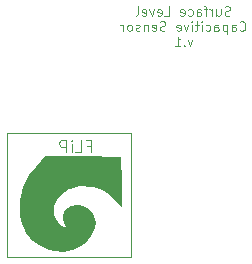
<source format=gbr>
%TF.GenerationSoftware,KiCad,Pcbnew,9.0.2*%
%TF.CreationDate,2025-06-02T11:27:28-03:00*%
%TF.ProjectId,PCB_BNC,5043425f-424e-4432-9e6b-696361645f70,rev?*%
%TF.SameCoordinates,Original*%
%TF.FileFunction,Legend,Bot*%
%TF.FilePolarity,Positive*%
%FSLAX46Y46*%
G04 Gerber Fmt 4.6, Leading zero omitted, Abs format (unit mm)*
G04 Created by KiCad (PCBNEW 9.0.2) date 2025-06-02 11:27:28*
%MOMM*%
%LPD*%
G01*
G04 APERTURE LIST*
%ADD10C,0.100000*%
%ADD11C,0.000000*%
G04 APERTURE END LIST*
D10*
X128032489Y-50756744D02*
X138532489Y-50756744D01*
X138532489Y-61256744D01*
X128032489Y-61256744D01*
X128032489Y-50756744D01*
X134862782Y-51848609D02*
X135196115Y-51848609D01*
X135196115Y-52372419D02*
X135196115Y-51372419D01*
X135196115Y-51372419D02*
X134719925Y-51372419D01*
X133862782Y-52372419D02*
X134338972Y-52372419D01*
X134338972Y-52372419D02*
X134338972Y-51372419D01*
X133529448Y-52372419D02*
X133529448Y-51705752D01*
X133529448Y-51372419D02*
X133577067Y-51420038D01*
X133577067Y-51420038D02*
X133529448Y-51467657D01*
X133529448Y-51467657D02*
X133481829Y-51420038D01*
X133481829Y-51420038D02*
X133529448Y-51372419D01*
X133529448Y-51372419D02*
X133529448Y-51467657D01*
X133053258Y-52372419D02*
X133053258Y-51372419D01*
X133053258Y-51372419D02*
X132672306Y-51372419D01*
X132672306Y-51372419D02*
X132577068Y-51420038D01*
X132577068Y-51420038D02*
X132529449Y-51467657D01*
X132529449Y-51467657D02*
X132481830Y-51562895D01*
X132481830Y-51562895D02*
X132481830Y-51705752D01*
X132481830Y-51705752D02*
X132529449Y-51800990D01*
X132529449Y-51800990D02*
X132577068Y-51848609D01*
X132577068Y-51848609D02*
X132672306Y-51896228D01*
X132672306Y-51896228D02*
X133053258Y-51896228D01*
X146942857Y-40782890D02*
X146828571Y-40820985D01*
X146828571Y-40820985D02*
X146638095Y-40820985D01*
X146638095Y-40820985D02*
X146561904Y-40782890D01*
X146561904Y-40782890D02*
X146523809Y-40744794D01*
X146523809Y-40744794D02*
X146485714Y-40668604D01*
X146485714Y-40668604D02*
X146485714Y-40592413D01*
X146485714Y-40592413D02*
X146523809Y-40516223D01*
X146523809Y-40516223D02*
X146561904Y-40478128D01*
X146561904Y-40478128D02*
X146638095Y-40440032D01*
X146638095Y-40440032D02*
X146790476Y-40401937D01*
X146790476Y-40401937D02*
X146866666Y-40363842D01*
X146866666Y-40363842D02*
X146904761Y-40325747D01*
X146904761Y-40325747D02*
X146942857Y-40249556D01*
X146942857Y-40249556D02*
X146942857Y-40173366D01*
X146942857Y-40173366D02*
X146904761Y-40097175D01*
X146904761Y-40097175D02*
X146866666Y-40059080D01*
X146866666Y-40059080D02*
X146790476Y-40020985D01*
X146790476Y-40020985D02*
X146599999Y-40020985D01*
X146599999Y-40020985D02*
X146485714Y-40059080D01*
X145799999Y-40287651D02*
X145799999Y-40820985D01*
X146142856Y-40287651D02*
X146142856Y-40706699D01*
X146142856Y-40706699D02*
X146104761Y-40782890D01*
X146104761Y-40782890D02*
X146028571Y-40820985D01*
X146028571Y-40820985D02*
X145914285Y-40820985D01*
X145914285Y-40820985D02*
X145838094Y-40782890D01*
X145838094Y-40782890D02*
X145799999Y-40744794D01*
X145419046Y-40820985D02*
X145419046Y-40287651D01*
X145419046Y-40440032D02*
X145380951Y-40363842D01*
X145380951Y-40363842D02*
X145342856Y-40325747D01*
X145342856Y-40325747D02*
X145266665Y-40287651D01*
X145266665Y-40287651D02*
X145190475Y-40287651D01*
X145038094Y-40287651D02*
X144733332Y-40287651D01*
X144923808Y-40820985D02*
X144923808Y-40135270D01*
X144923808Y-40135270D02*
X144885713Y-40059080D01*
X144885713Y-40059080D02*
X144809523Y-40020985D01*
X144809523Y-40020985D02*
X144733332Y-40020985D01*
X144123808Y-40820985D02*
X144123808Y-40401937D01*
X144123808Y-40401937D02*
X144161903Y-40325747D01*
X144161903Y-40325747D02*
X144238094Y-40287651D01*
X144238094Y-40287651D02*
X144390475Y-40287651D01*
X144390475Y-40287651D02*
X144466665Y-40325747D01*
X144123808Y-40782890D02*
X144199999Y-40820985D01*
X144199999Y-40820985D02*
X144390475Y-40820985D01*
X144390475Y-40820985D02*
X144466665Y-40782890D01*
X144466665Y-40782890D02*
X144504761Y-40706699D01*
X144504761Y-40706699D02*
X144504761Y-40630509D01*
X144504761Y-40630509D02*
X144466665Y-40554318D01*
X144466665Y-40554318D02*
X144390475Y-40516223D01*
X144390475Y-40516223D02*
X144199999Y-40516223D01*
X144199999Y-40516223D02*
X144123808Y-40478128D01*
X143399998Y-40782890D02*
X143476189Y-40820985D01*
X143476189Y-40820985D02*
X143628570Y-40820985D01*
X143628570Y-40820985D02*
X143704760Y-40782890D01*
X143704760Y-40782890D02*
X143742855Y-40744794D01*
X143742855Y-40744794D02*
X143780951Y-40668604D01*
X143780951Y-40668604D02*
X143780951Y-40440032D01*
X143780951Y-40440032D02*
X143742855Y-40363842D01*
X143742855Y-40363842D02*
X143704760Y-40325747D01*
X143704760Y-40325747D02*
X143628570Y-40287651D01*
X143628570Y-40287651D02*
X143476189Y-40287651D01*
X143476189Y-40287651D02*
X143399998Y-40325747D01*
X142752379Y-40782890D02*
X142828570Y-40820985D01*
X142828570Y-40820985D02*
X142980951Y-40820985D01*
X142980951Y-40820985D02*
X143057141Y-40782890D01*
X143057141Y-40782890D02*
X143095237Y-40706699D01*
X143095237Y-40706699D02*
X143095237Y-40401937D01*
X143095237Y-40401937D02*
X143057141Y-40325747D01*
X143057141Y-40325747D02*
X142980951Y-40287651D01*
X142980951Y-40287651D02*
X142828570Y-40287651D01*
X142828570Y-40287651D02*
X142752379Y-40325747D01*
X142752379Y-40325747D02*
X142714284Y-40401937D01*
X142714284Y-40401937D02*
X142714284Y-40478128D01*
X142714284Y-40478128D02*
X143095237Y-40554318D01*
X141380951Y-40820985D02*
X141761903Y-40820985D01*
X141761903Y-40820985D02*
X141761903Y-40020985D01*
X140809522Y-40782890D02*
X140885713Y-40820985D01*
X140885713Y-40820985D02*
X141038094Y-40820985D01*
X141038094Y-40820985D02*
X141114284Y-40782890D01*
X141114284Y-40782890D02*
X141152380Y-40706699D01*
X141152380Y-40706699D02*
X141152380Y-40401937D01*
X141152380Y-40401937D02*
X141114284Y-40325747D01*
X141114284Y-40325747D02*
X141038094Y-40287651D01*
X141038094Y-40287651D02*
X140885713Y-40287651D01*
X140885713Y-40287651D02*
X140809522Y-40325747D01*
X140809522Y-40325747D02*
X140771427Y-40401937D01*
X140771427Y-40401937D02*
X140771427Y-40478128D01*
X140771427Y-40478128D02*
X141152380Y-40554318D01*
X140504761Y-40287651D02*
X140314285Y-40820985D01*
X140314285Y-40820985D02*
X140123808Y-40287651D01*
X139514284Y-40782890D02*
X139590475Y-40820985D01*
X139590475Y-40820985D02*
X139742856Y-40820985D01*
X139742856Y-40820985D02*
X139819046Y-40782890D01*
X139819046Y-40782890D02*
X139857142Y-40706699D01*
X139857142Y-40706699D02*
X139857142Y-40401937D01*
X139857142Y-40401937D02*
X139819046Y-40325747D01*
X139819046Y-40325747D02*
X139742856Y-40287651D01*
X139742856Y-40287651D02*
X139590475Y-40287651D01*
X139590475Y-40287651D02*
X139514284Y-40325747D01*
X139514284Y-40325747D02*
X139476189Y-40401937D01*
X139476189Y-40401937D02*
X139476189Y-40478128D01*
X139476189Y-40478128D02*
X139857142Y-40554318D01*
X139019047Y-40820985D02*
X139095237Y-40782890D01*
X139095237Y-40782890D02*
X139133332Y-40706699D01*
X139133332Y-40706699D02*
X139133332Y-40020985D01*
X147761904Y-42032749D02*
X147800000Y-42070845D01*
X147800000Y-42070845D02*
X147914285Y-42108940D01*
X147914285Y-42108940D02*
X147990476Y-42108940D01*
X147990476Y-42108940D02*
X148104762Y-42070845D01*
X148104762Y-42070845D02*
X148180952Y-41994654D01*
X148180952Y-41994654D02*
X148219047Y-41918464D01*
X148219047Y-41918464D02*
X148257143Y-41766083D01*
X148257143Y-41766083D02*
X148257143Y-41651797D01*
X148257143Y-41651797D02*
X148219047Y-41499416D01*
X148219047Y-41499416D02*
X148180952Y-41423225D01*
X148180952Y-41423225D02*
X148104762Y-41347035D01*
X148104762Y-41347035D02*
X147990476Y-41308940D01*
X147990476Y-41308940D02*
X147914285Y-41308940D01*
X147914285Y-41308940D02*
X147800000Y-41347035D01*
X147800000Y-41347035D02*
X147761904Y-41385130D01*
X147076190Y-42108940D02*
X147076190Y-41689892D01*
X147076190Y-41689892D02*
X147114285Y-41613702D01*
X147114285Y-41613702D02*
X147190476Y-41575606D01*
X147190476Y-41575606D02*
X147342857Y-41575606D01*
X147342857Y-41575606D02*
X147419047Y-41613702D01*
X147076190Y-42070845D02*
X147152381Y-42108940D01*
X147152381Y-42108940D02*
X147342857Y-42108940D01*
X147342857Y-42108940D02*
X147419047Y-42070845D01*
X147419047Y-42070845D02*
X147457143Y-41994654D01*
X147457143Y-41994654D02*
X147457143Y-41918464D01*
X147457143Y-41918464D02*
X147419047Y-41842273D01*
X147419047Y-41842273D02*
X147342857Y-41804178D01*
X147342857Y-41804178D02*
X147152381Y-41804178D01*
X147152381Y-41804178D02*
X147076190Y-41766083D01*
X146695237Y-41575606D02*
X146695237Y-42375606D01*
X146695237Y-41613702D02*
X146619047Y-41575606D01*
X146619047Y-41575606D02*
X146466666Y-41575606D01*
X146466666Y-41575606D02*
X146390475Y-41613702D01*
X146390475Y-41613702D02*
X146352380Y-41651797D01*
X146352380Y-41651797D02*
X146314285Y-41727987D01*
X146314285Y-41727987D02*
X146314285Y-41956559D01*
X146314285Y-41956559D02*
X146352380Y-42032749D01*
X146352380Y-42032749D02*
X146390475Y-42070845D01*
X146390475Y-42070845D02*
X146466666Y-42108940D01*
X146466666Y-42108940D02*
X146619047Y-42108940D01*
X146619047Y-42108940D02*
X146695237Y-42070845D01*
X145628570Y-42108940D02*
X145628570Y-41689892D01*
X145628570Y-41689892D02*
X145666665Y-41613702D01*
X145666665Y-41613702D02*
X145742856Y-41575606D01*
X145742856Y-41575606D02*
X145895237Y-41575606D01*
X145895237Y-41575606D02*
X145971427Y-41613702D01*
X145628570Y-42070845D02*
X145704761Y-42108940D01*
X145704761Y-42108940D02*
X145895237Y-42108940D01*
X145895237Y-42108940D02*
X145971427Y-42070845D01*
X145971427Y-42070845D02*
X146009523Y-41994654D01*
X146009523Y-41994654D02*
X146009523Y-41918464D01*
X146009523Y-41918464D02*
X145971427Y-41842273D01*
X145971427Y-41842273D02*
X145895237Y-41804178D01*
X145895237Y-41804178D02*
X145704761Y-41804178D01*
X145704761Y-41804178D02*
X145628570Y-41766083D01*
X144904760Y-42070845D02*
X144980951Y-42108940D01*
X144980951Y-42108940D02*
X145133332Y-42108940D01*
X145133332Y-42108940D02*
X145209522Y-42070845D01*
X145209522Y-42070845D02*
X145247617Y-42032749D01*
X145247617Y-42032749D02*
X145285713Y-41956559D01*
X145285713Y-41956559D02*
X145285713Y-41727987D01*
X145285713Y-41727987D02*
X145247617Y-41651797D01*
X145247617Y-41651797D02*
X145209522Y-41613702D01*
X145209522Y-41613702D02*
X145133332Y-41575606D01*
X145133332Y-41575606D02*
X144980951Y-41575606D01*
X144980951Y-41575606D02*
X144904760Y-41613702D01*
X144561903Y-42108940D02*
X144561903Y-41575606D01*
X144561903Y-41308940D02*
X144599999Y-41347035D01*
X144599999Y-41347035D02*
X144561903Y-41385130D01*
X144561903Y-41385130D02*
X144523808Y-41347035D01*
X144523808Y-41347035D02*
X144561903Y-41308940D01*
X144561903Y-41308940D02*
X144561903Y-41385130D01*
X144295237Y-41575606D02*
X143990475Y-41575606D01*
X144180951Y-41308940D02*
X144180951Y-41994654D01*
X144180951Y-41994654D02*
X144142856Y-42070845D01*
X144142856Y-42070845D02*
X144066666Y-42108940D01*
X144066666Y-42108940D02*
X143990475Y-42108940D01*
X143723808Y-42108940D02*
X143723808Y-41575606D01*
X143723808Y-41308940D02*
X143761904Y-41347035D01*
X143761904Y-41347035D02*
X143723808Y-41385130D01*
X143723808Y-41385130D02*
X143685713Y-41347035D01*
X143685713Y-41347035D02*
X143723808Y-41308940D01*
X143723808Y-41308940D02*
X143723808Y-41385130D01*
X143419047Y-41575606D02*
X143228571Y-42108940D01*
X143228571Y-42108940D02*
X143038094Y-41575606D01*
X142428570Y-42070845D02*
X142504761Y-42108940D01*
X142504761Y-42108940D02*
X142657142Y-42108940D01*
X142657142Y-42108940D02*
X142733332Y-42070845D01*
X142733332Y-42070845D02*
X142771428Y-41994654D01*
X142771428Y-41994654D02*
X142771428Y-41689892D01*
X142771428Y-41689892D02*
X142733332Y-41613702D01*
X142733332Y-41613702D02*
X142657142Y-41575606D01*
X142657142Y-41575606D02*
X142504761Y-41575606D01*
X142504761Y-41575606D02*
X142428570Y-41613702D01*
X142428570Y-41613702D02*
X142390475Y-41689892D01*
X142390475Y-41689892D02*
X142390475Y-41766083D01*
X142390475Y-41766083D02*
X142771428Y-41842273D01*
X141476190Y-42070845D02*
X141361904Y-42108940D01*
X141361904Y-42108940D02*
X141171428Y-42108940D01*
X141171428Y-42108940D02*
X141095237Y-42070845D01*
X141095237Y-42070845D02*
X141057142Y-42032749D01*
X141057142Y-42032749D02*
X141019047Y-41956559D01*
X141019047Y-41956559D02*
X141019047Y-41880368D01*
X141019047Y-41880368D02*
X141057142Y-41804178D01*
X141057142Y-41804178D02*
X141095237Y-41766083D01*
X141095237Y-41766083D02*
X141171428Y-41727987D01*
X141171428Y-41727987D02*
X141323809Y-41689892D01*
X141323809Y-41689892D02*
X141399999Y-41651797D01*
X141399999Y-41651797D02*
X141438094Y-41613702D01*
X141438094Y-41613702D02*
X141476190Y-41537511D01*
X141476190Y-41537511D02*
X141476190Y-41461321D01*
X141476190Y-41461321D02*
X141438094Y-41385130D01*
X141438094Y-41385130D02*
X141399999Y-41347035D01*
X141399999Y-41347035D02*
X141323809Y-41308940D01*
X141323809Y-41308940D02*
X141133332Y-41308940D01*
X141133332Y-41308940D02*
X141019047Y-41347035D01*
X140371427Y-42070845D02*
X140447618Y-42108940D01*
X140447618Y-42108940D02*
X140599999Y-42108940D01*
X140599999Y-42108940D02*
X140676189Y-42070845D01*
X140676189Y-42070845D02*
X140714285Y-41994654D01*
X140714285Y-41994654D02*
X140714285Y-41689892D01*
X140714285Y-41689892D02*
X140676189Y-41613702D01*
X140676189Y-41613702D02*
X140599999Y-41575606D01*
X140599999Y-41575606D02*
X140447618Y-41575606D01*
X140447618Y-41575606D02*
X140371427Y-41613702D01*
X140371427Y-41613702D02*
X140333332Y-41689892D01*
X140333332Y-41689892D02*
X140333332Y-41766083D01*
X140333332Y-41766083D02*
X140714285Y-41842273D01*
X139990475Y-41575606D02*
X139990475Y-42108940D01*
X139990475Y-41651797D02*
X139952380Y-41613702D01*
X139952380Y-41613702D02*
X139876190Y-41575606D01*
X139876190Y-41575606D02*
X139761904Y-41575606D01*
X139761904Y-41575606D02*
X139685713Y-41613702D01*
X139685713Y-41613702D02*
X139647618Y-41689892D01*
X139647618Y-41689892D02*
X139647618Y-42108940D01*
X139304761Y-42070845D02*
X139228570Y-42108940D01*
X139228570Y-42108940D02*
X139076189Y-42108940D01*
X139076189Y-42108940D02*
X138999999Y-42070845D01*
X138999999Y-42070845D02*
X138961903Y-41994654D01*
X138961903Y-41994654D02*
X138961903Y-41956559D01*
X138961903Y-41956559D02*
X138999999Y-41880368D01*
X138999999Y-41880368D02*
X139076189Y-41842273D01*
X139076189Y-41842273D02*
X139190475Y-41842273D01*
X139190475Y-41842273D02*
X139266665Y-41804178D01*
X139266665Y-41804178D02*
X139304761Y-41727987D01*
X139304761Y-41727987D02*
X139304761Y-41689892D01*
X139304761Y-41689892D02*
X139266665Y-41613702D01*
X139266665Y-41613702D02*
X139190475Y-41575606D01*
X139190475Y-41575606D02*
X139076189Y-41575606D01*
X139076189Y-41575606D02*
X138999999Y-41613702D01*
X138504761Y-42108940D02*
X138580951Y-42070845D01*
X138580951Y-42070845D02*
X138619046Y-42032749D01*
X138619046Y-42032749D02*
X138657142Y-41956559D01*
X138657142Y-41956559D02*
X138657142Y-41727987D01*
X138657142Y-41727987D02*
X138619046Y-41651797D01*
X138619046Y-41651797D02*
X138580951Y-41613702D01*
X138580951Y-41613702D02*
X138504761Y-41575606D01*
X138504761Y-41575606D02*
X138390475Y-41575606D01*
X138390475Y-41575606D02*
X138314284Y-41613702D01*
X138314284Y-41613702D02*
X138276189Y-41651797D01*
X138276189Y-41651797D02*
X138238094Y-41727987D01*
X138238094Y-41727987D02*
X138238094Y-41956559D01*
X138238094Y-41956559D02*
X138276189Y-42032749D01*
X138276189Y-42032749D02*
X138314284Y-42070845D01*
X138314284Y-42070845D02*
X138390475Y-42108940D01*
X138390475Y-42108940D02*
X138504761Y-42108940D01*
X137895236Y-42108940D02*
X137895236Y-41575606D01*
X137895236Y-41727987D02*
X137857141Y-41651797D01*
X137857141Y-41651797D02*
X137819046Y-41613702D01*
X137819046Y-41613702D02*
X137742855Y-41575606D01*
X137742855Y-41575606D02*
X137666665Y-41575606D01*
X143761904Y-42863561D02*
X143571428Y-43396895D01*
X143571428Y-43396895D02*
X143380951Y-42863561D01*
X143076189Y-43320704D02*
X143038094Y-43358800D01*
X143038094Y-43358800D02*
X143076189Y-43396895D01*
X143076189Y-43396895D02*
X143114285Y-43358800D01*
X143114285Y-43358800D02*
X143076189Y-43320704D01*
X143076189Y-43320704D02*
X143076189Y-43396895D01*
X142276190Y-43396895D02*
X142733333Y-43396895D01*
X142504761Y-43396895D02*
X142504761Y-42596895D01*
X142504761Y-42596895D02*
X142580952Y-42711180D01*
X142580952Y-42711180D02*
X142657142Y-42787371D01*
X142657142Y-42787371D02*
X142733333Y-42825466D01*
D11*
%TO.C,G\u002A\u002A\u002A*%
G36*
X134537997Y-52728865D02*
G01*
X137759720Y-52740280D01*
X137771276Y-54871080D01*
X137782833Y-57001881D01*
X137259718Y-56472037D01*
X137160940Y-56373323D01*
X136842662Y-56077849D01*
X136547104Y-55844703D01*
X136257042Y-55662672D01*
X135955254Y-55520536D01*
X135624519Y-55407081D01*
X135420113Y-55354648D01*
X135023428Y-55287499D01*
X134618941Y-55258008D01*
X134235374Y-55267660D01*
X133901451Y-55317943D01*
X133721445Y-55367293D01*
X133324339Y-55523884D01*
X132958140Y-55733036D01*
X132637205Y-55984245D01*
X132375894Y-56267011D01*
X132188564Y-56570832D01*
X132141525Y-56676851D01*
X132101673Y-56794059D01*
X132078943Y-56918898D01*
X132068810Y-57078457D01*
X132066745Y-57299825D01*
X132068577Y-57487522D01*
X132077032Y-57652062D01*
X132096388Y-57773773D01*
X132130960Y-57877807D01*
X132185067Y-57989317D01*
X132285674Y-58144851D01*
X132424499Y-58310694D01*
X132582153Y-58467358D01*
X132741136Y-58598945D01*
X132883945Y-58689556D01*
X132993078Y-58723292D01*
X133004935Y-58723012D01*
X133052448Y-58706603D01*
X133057943Y-58655469D01*
X133019020Y-58556483D01*
X132933275Y-58396517D01*
X132861922Y-58255432D01*
X132813026Y-58092536D01*
X132799825Y-57903476D01*
X132804841Y-57790909D01*
X132865631Y-57530557D01*
X132999141Y-57308551D01*
X133210083Y-57118531D01*
X133503168Y-56954136D01*
X133628564Y-56901642D01*
X133754171Y-56868175D01*
X133895847Y-56857522D01*
X134089650Y-56864150D01*
X134127091Y-56866746D01*
X134480601Y-56934533D01*
X134804736Y-57072991D01*
X135086290Y-57272959D01*
X135312056Y-57525276D01*
X135468827Y-57820782D01*
X135530526Y-58034007D01*
X135560702Y-58391807D01*
X135506886Y-58762316D01*
X135369705Y-59137206D01*
X135199567Y-59450099D01*
X134905514Y-59846794D01*
X134554709Y-60175858D01*
X134145814Y-60438274D01*
X133677491Y-60635023D01*
X133148401Y-60767087D01*
X132947821Y-60790121D01*
X132646190Y-60796040D01*
X132320548Y-60778293D01*
X132004643Y-60738952D01*
X131732224Y-60680089D01*
X131460092Y-60586856D01*
X131124075Y-60437776D01*
X130790471Y-60258633D01*
X130487639Y-60064831D01*
X130243938Y-59871771D01*
X130030589Y-59656573D01*
X129714707Y-59239166D01*
X129468798Y-58767084D01*
X129292990Y-58240662D01*
X129187411Y-57660235D01*
X129152189Y-57026135D01*
X129156156Y-56792631D01*
X129181602Y-56443971D01*
X129235044Y-56105626D01*
X129321607Y-55748265D01*
X129446416Y-55342557D01*
X129596681Y-54953738D01*
X129827226Y-54504615D01*
X130122367Y-54054115D01*
X130488478Y-53592660D01*
X130931932Y-53110674D01*
X131316274Y-52717449D01*
X134537997Y-52728865D01*
G37*
%TD*%
M02*

</source>
